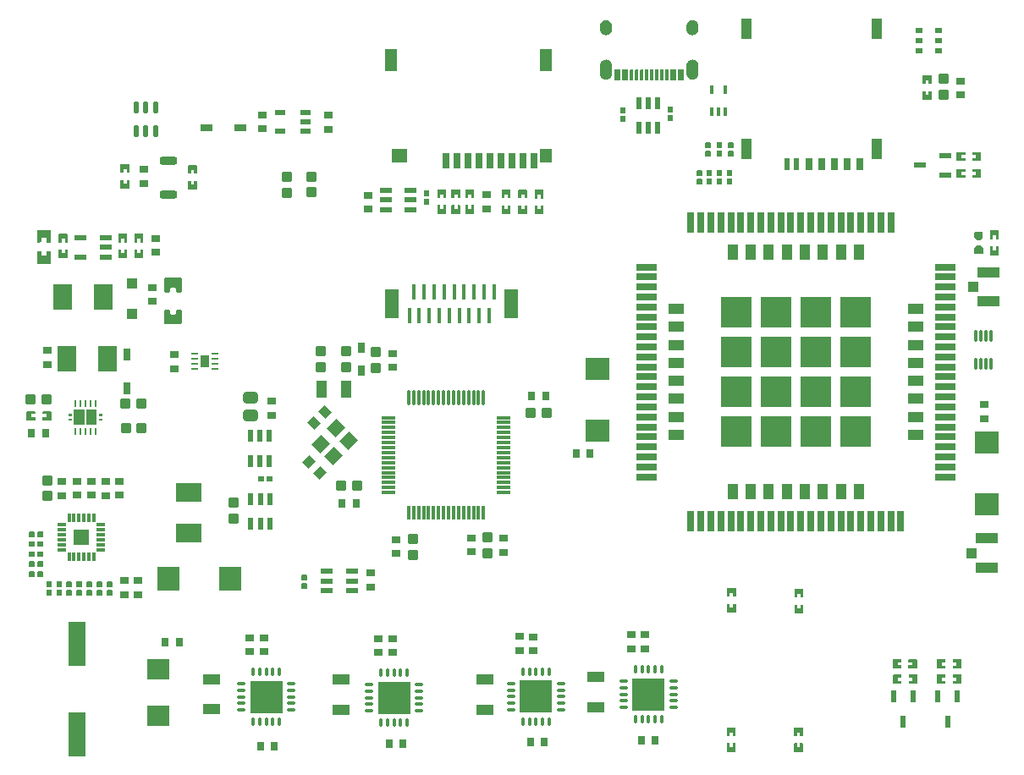
<source format=gbr>
%TF.GenerationSoftware,Altium Limited,Altium Designer,22.5.1 (42)*%
G04 Layer_Color=8421504*
%FSLAX45Y45*%
%MOMM*%
%TF.SameCoordinates,BCC7A4F8-9605-4868-ACEC-D28EECC8EA53*%
%TF.FilePolarity,Positive*%
%TF.FileFunction,Paste,Top*%
%TF.Part,Single*%
G01*
G75*
%TA.AperFunction,SMDPad,CuDef*%
G04:AMPARAMS|DCode=11|XSize=1.21mm|YSize=0.59mm|CornerRadius=0.07375mm|HoleSize=0mm|Usage=FLASHONLY|Rotation=0.000|XOffset=0mm|YOffset=0mm|HoleType=Round|Shape=RoundedRectangle|*
%AMROUNDEDRECTD11*
21,1,1.21000,0.44250,0,0,0.0*
21,1,1.06250,0.59000,0,0,0.0*
1,1,0.14750,0.53125,-0.22125*
1,1,0.14750,-0.53125,-0.22125*
1,1,0.14750,-0.53125,0.22125*
1,1,0.14750,0.53125,0.22125*
%
%ADD11ROUNDEDRECTD11*%
%ADD13R,0.90000X0.80000*%
%ADD14R,0.60000X1.10000*%
%ADD15R,0.30000X1.10000*%
%ADD16R,1.90000X2.50000*%
%ADD18R,1.15000X0.60000*%
%ADD20R,1.00000X1.05320*%
%ADD22R,2.50000X1.90000*%
%ADD23R,0.73000X1.21000*%
%ADD25R,0.60000X1.20000*%
G04:AMPARAMS|DCode=27|XSize=0.6mm|YSize=0.24mm|CornerRadius=0.03mm|HoleSize=0mm|Usage=FLASHONLY|Rotation=270.000|XOffset=0mm|YOffset=0mm|HoleType=Round|Shape=RoundedRectangle|*
%AMROUNDEDRECTD27*
21,1,0.60000,0.18000,0,0,270.0*
21,1,0.54000,0.24000,0,0,270.0*
1,1,0.06000,-0.09000,-0.27000*
1,1,0.06000,-0.09000,0.27000*
1,1,0.06000,0.09000,0.27000*
1,1,0.06000,0.09000,-0.27000*
%
%ADD27ROUNDEDRECTD27*%
%ADD28R,0.40000X1.60000*%
%ADD29R,1.40000X2.90000*%
%ADD30R,1.21000X0.73000*%
%ADD31R,1.10000X0.60000*%
%ADD32R,0.70000X1.60000*%
%ADD33R,1.60000X1.40000*%
%ADD34R,1.20000X2.20000*%
%ADD35R,1.20000X1.40000*%
G04:AMPARAMS|DCode=36|XSize=1.475mm|YSize=0.3mm|CornerRadius=0.075mm|HoleSize=0mm|Usage=FLASHONLY|Rotation=90.000|XOffset=0mm|YOffset=0mm|HoleType=Round|Shape=RoundedRectangle|*
%AMROUNDEDRECTD36*
21,1,1.47500,0.15000,0,0,90.0*
21,1,1.32500,0.30000,0,0,90.0*
1,1,0.15000,0.07500,0.66250*
1,1,0.15000,0.07500,-0.66250*
1,1,0.15000,-0.07500,-0.66250*
1,1,0.15000,-0.07500,0.66250*
%
%ADD36ROUNDEDRECTD36*%
%ADD37R,1.47500X0.30000*%
%ADD38R,0.30000X1.47500*%
%ADD39R,0.75001X1.00000*%
G04:AMPARAMS|DCode=40|XSize=1.7mm|YSize=0.8mm|CornerRadius=0.2mm|HoleSize=0mm|Usage=FLASHONLY|Rotation=180.000|XOffset=0mm|YOffset=0mm|HoleType=Round|Shape=RoundedRectangle|*
%AMROUNDEDRECTD40*
21,1,1.70000,0.40000,0,0,180.0*
21,1,1.30000,0.80000,0,0,180.0*
1,1,0.40000,-0.65000,0.20000*
1,1,0.40000,0.65000,0.20000*
1,1,0.40000,0.65000,-0.20000*
1,1,0.40000,-0.65000,-0.20000*
%
%ADD40ROUNDEDRECTD40*%
%ADD41R,0.88900X1.29540*%
%ADD42R,0.71120X0.25400*%
%ADD43R,1.65100X4.50088*%
G04:AMPARAMS|DCode=44|XSize=1.21mm|YSize=0.59mm|CornerRadius=0.07375mm|HoleSize=0mm|Usage=FLASHONLY|Rotation=90.000|XOffset=0mm|YOffset=0mm|HoleType=Round|Shape=RoundedRectangle|*
%AMROUNDEDRECTD44*
21,1,1.21000,0.44250,0,0,90.0*
21,1,1.06250,0.59000,0,0,90.0*
1,1,0.14750,0.22125,0.53125*
1,1,0.14750,0.22125,-0.53125*
1,1,0.14750,-0.22125,-0.53125*
1,1,0.14750,-0.22125,0.53125*
%
%ADD44ROUNDEDRECTD44*%
G04:AMPARAMS|DCode=45|XSize=1.45mm|YSize=1.15mm|CornerRadius=0.2875mm|HoleSize=0mm|Usage=FLASHONLY|Rotation=0.000|XOffset=0mm|YOffset=0mm|HoleType=Round|Shape=RoundedRectangle|*
%AMROUNDEDRECTD45*
21,1,1.45000,0.57500,0,0,0.0*
21,1,0.87500,1.15000,0,0,0.0*
1,1,0.57500,0.43750,-0.28750*
1,1,0.57500,-0.43750,-0.28750*
1,1,0.57500,-0.43750,0.28750*
1,1,0.57500,0.43750,0.28750*
%
%ADD45ROUNDEDRECTD45*%
G04:AMPARAMS|DCode=46|XSize=0.94mm|YSize=1.02mm|CornerRadius=0.094mm|HoleSize=0mm|Usage=FLASHONLY|Rotation=180.000|XOffset=0mm|YOffset=0mm|HoleType=Round|Shape=RoundedRectangle|*
%AMROUNDEDRECTD46*
21,1,0.94000,0.83200,0,0,180.0*
21,1,0.75200,1.02000,0,0,180.0*
1,1,0.18800,-0.37600,0.41600*
1,1,0.18800,0.37600,0.41600*
1,1,0.18800,0.37600,-0.41600*
1,1,0.18800,-0.37600,-0.41600*
%
%ADD46ROUNDEDRECTD46*%
%ADD47R,0.80000X0.90000*%
G04:AMPARAMS|DCode=49|XSize=0.94mm|YSize=1.02mm|CornerRadius=0.094mm|HoleSize=0mm|Usage=FLASHONLY|Rotation=270.000|XOffset=0mm|YOffset=0mm|HoleType=Round|Shape=RoundedRectangle|*
%AMROUNDEDRECTD49*
21,1,0.94000,0.83200,0,0,270.0*
21,1,0.75200,1.02000,0,0,270.0*
1,1,0.18800,-0.41600,-0.37600*
1,1,0.18800,-0.41600,0.37600*
1,1,0.18800,0.41600,0.37600*
1,1,0.18800,0.41600,-0.37600*
%
%ADD49ROUNDEDRECTD49*%
%ADD50R,2.30000X2.45000*%
G04:AMPARAMS|DCode=51|XSize=0.86mm|YSize=0.27mm|CornerRadius=0.03375mm|HoleSize=0mm|Usage=FLASHONLY|Rotation=90.000|XOffset=0mm|YOffset=0mm|HoleType=Round|Shape=RoundedRectangle|*
%AMROUNDEDRECTD51*
21,1,0.86000,0.20250,0,0,90.0*
21,1,0.79250,0.27000,0,0,90.0*
1,1,0.06750,0.10125,0.39625*
1,1,0.06750,0.10125,-0.39625*
1,1,0.06750,-0.10125,-0.39625*
1,1,0.06750,-0.10125,0.39625*
%
%ADD51ROUNDEDRECTD51*%
G04:AMPARAMS|DCode=52|XSize=0.86mm|YSize=0.27mm|CornerRadius=0.03375mm|HoleSize=0mm|Usage=FLASHONLY|Rotation=0.000|XOffset=0mm|YOffset=0mm|HoleType=Round|Shape=RoundedRectangle|*
%AMROUNDEDRECTD52*
21,1,0.86000,0.20250,0,0,0.0*
21,1,0.79250,0.27000,0,0,0.0*
1,1,0.06750,0.39625,-0.10125*
1,1,0.06750,-0.39625,-0.10125*
1,1,0.06750,-0.39625,0.10125*
1,1,0.06750,0.39625,0.10125*
%
%ADD52ROUNDEDRECTD52*%
G04:AMPARAMS|DCode=54|XSize=1.24mm|YSize=0.55mm|CornerRadius=0.1375mm|HoleSize=0mm|Usage=FLASHONLY|Rotation=270.000|XOffset=0mm|YOffset=0mm|HoleType=Round|Shape=RoundedRectangle|*
%AMROUNDEDRECTD54*
21,1,1.24000,0.27500,0,0,270.0*
21,1,0.96500,0.55000,0,0,270.0*
1,1,0.27500,-0.13750,-0.48250*
1,1,0.27500,-0.13750,0.48250*
1,1,0.27500,0.13750,0.48250*
1,1,0.27500,0.13750,-0.48250*
%
%ADD54ROUNDEDRECTD54*%
G04:AMPARAMS|DCode=55|XSize=0.71mm|YSize=0.53mm|CornerRadius=0.06625mm|HoleSize=0mm|Usage=FLASHONLY|Rotation=0.000|XOffset=0mm|YOffset=0mm|HoleType=Round|Shape=RoundedRectangle|*
%AMROUNDEDRECTD55*
21,1,0.71000,0.39750,0,0,0.0*
21,1,0.57750,0.53000,0,0,0.0*
1,1,0.13250,0.28875,-0.19875*
1,1,0.13250,-0.28875,-0.19875*
1,1,0.13250,-0.28875,0.19875*
1,1,0.13250,0.28875,0.19875*
%
%ADD55ROUNDEDRECTD55*%
G04:AMPARAMS|DCode=56|XSize=1.12mm|YSize=0.27mm|CornerRadius=0.03375mm|HoleSize=0mm|Usage=FLASHONLY|Rotation=90.000|XOffset=0mm|YOffset=0mm|HoleType=Round|Shape=RoundedRectangle|*
%AMROUNDEDRECTD56*
21,1,1.12000,0.20250,0,0,90.0*
21,1,1.05250,0.27000,0,0,90.0*
1,1,0.06750,0.10125,0.52625*
1,1,0.06750,0.10125,-0.52625*
1,1,0.06750,-0.10125,-0.52625*
1,1,0.06750,-0.10125,0.52625*
%
%ADD56ROUNDEDRECTD56*%
%ADD57R,0.60000X1.30000*%
%ADD58R,0.80000X1.30000*%
%ADD59R,1.00000X2.10000*%
%ADD60R,2.20000X1.05000*%
%ADD61R,1.05000X1.00000*%
%TA.AperFunction,BGAPad,CuDef*%
%ADD62R,3.09999X3.09999*%
%TA.AperFunction,SMDPad,CuDef*%
%ADD63R,0.70000X2.00000*%
%ADD64R,2.00000X0.70000*%
%ADD65R,1.60000X1.10000*%
%ADD66R,1.10000X1.60000*%
%ADD67R,2.00000X0.70000*%
%ADD68R,2.45000X2.30000*%
%ADD70R,1.20000X0.60000*%
%ADD71R,0.30480X0.87630*%
%ADD72R,1.00000X1.80000*%
G04:AMPARAMS|DCode=73|XSize=0.94mm|YSize=1.02mm|CornerRadius=0.094mm|HoleSize=0mm|Usage=FLASHONLY|Rotation=45.000|XOffset=0mm|YOffset=0mm|HoleType=Round|Shape=RoundedRectangle|*
%AMROUNDEDRECTD73*
21,1,0.94000,0.83200,0,0,45.0*
21,1,0.75200,1.02000,0,0,45.0*
1,1,0.18800,0.56003,-0.02829*
1,1,0.18800,0.02829,-0.56003*
1,1,0.18800,-0.56003,0.02829*
1,1,0.18800,-0.02829,0.56003*
%
%ADD73ROUNDEDRECTD73*%
G04:AMPARAMS|DCode=74|XSize=0.94mm|YSize=1.02mm|CornerRadius=0.094mm|HoleSize=0mm|Usage=FLASHONLY|Rotation=315.000|XOffset=0mm|YOffset=0mm|HoleType=Round|Shape=RoundedRectangle|*
%AMROUNDEDRECTD74*
21,1,0.94000,0.83200,0,0,315.0*
21,1,0.75200,1.02000,0,0,315.0*
1,1,0.18800,-0.02829,-0.56003*
1,1,0.18800,-0.56003,-0.02829*
1,1,0.18800,0.02829,0.56003*
1,1,0.18800,0.56003,0.02829*
%
%ADD74ROUNDEDRECTD74*%
G04:AMPARAMS|DCode=75|XSize=0.94mm|YSize=1.77mm|CornerRadius=0.0658mm|HoleSize=0mm|Usage=FLASHONLY|Rotation=90.000|XOffset=0mm|YOffset=0mm|HoleType=Round|Shape=RoundedRectangle|*
%AMROUNDEDRECTD75*
21,1,0.94000,1.63840,0,0,90.0*
21,1,0.80840,1.77000,0,0,90.0*
1,1,0.13160,0.81920,0.40420*
1,1,0.13160,0.81920,-0.40420*
1,1,0.13160,-0.81920,-0.40420*
1,1,0.13160,-0.81920,0.40420*
%
%ADD75ROUNDEDRECTD75*%
G04:AMPARAMS|DCode=76|XSize=1.09mm|YSize=1.77mm|CornerRadius=0.0763mm|HoleSize=0mm|Usage=FLASHONLY|Rotation=90.000|XOffset=0mm|YOffset=0mm|HoleType=Round|Shape=RoundedRectangle|*
%AMROUNDEDRECTD76*
21,1,1.09000,1.61740,0,0,90.0*
21,1,0.93740,1.77000,0,0,90.0*
1,1,0.15260,0.80870,0.46870*
1,1,0.15260,0.80870,-0.46870*
1,1,0.15260,-0.80870,-0.46870*
1,1,0.15260,-0.80870,0.46870*
%
%ADD76ROUNDEDRECTD76*%
%ADD77O,0.84699X0.36401*%
%ADD78R,2.19240X2.04749*%
G04:AMPARAMS|DCode=79|XSize=1.4mm|YSize=1.2mm|CornerRadius=0mm|HoleSize=0mm|Usage=FLASHONLY|Rotation=225.000|XOffset=0mm|YOffset=0mm|HoleType=Round|Shape=Rectangle|*
%AMROTATEDRECTD79*
4,1,4,0.07071,0.91924,0.91924,0.07071,-0.07071,-0.91924,-0.91924,-0.07071,0.07071,0.91924,0.0*
%
%ADD79ROTATEDRECTD79*%

%ADD80R,3.25001X3.25001*%
%ADD81O,0.36401X0.84699*%
%ADD148R,1.55000X1.55000*%
G36*
X4172229Y7494057D02*
Y7415058D01*
X4167228Y7410059D01*
X4144431D01*
Y7448057D01*
X4111431D01*
Y7410059D01*
X4087228D01*
X4082229Y7415058D01*
Y7494057D01*
X4087228Y7499058D01*
X4167228D01*
X4172229Y7494057D01*
D02*
G37*
G36*
X4848629Y7484277D02*
Y7405278D01*
X4843628Y7400279D01*
X4820831D01*
Y7438277D01*
X4787831D01*
Y7400279D01*
X4763628D01*
X4758629Y7405278D01*
Y7484277D01*
X4763628Y7489278D01*
X4843628D01*
X4848629Y7484277D01*
D02*
G37*
G36*
X4172229Y7335058D02*
Y7255058D01*
X4167228Y7250059D01*
X4087228D01*
X4082229Y7255058D01*
Y7335058D01*
X4087228Y7340059D01*
X4111431D01*
Y7303059D01*
X4144431D01*
Y7340059D01*
X4167228D01*
X4172229Y7335058D01*
D02*
G37*
G36*
X4848629Y7325278D02*
Y7245278D01*
X4843628Y7240279D01*
X4763628D01*
X4758629Y7245278D01*
Y7325278D01*
X4763628Y7330279D01*
X4787831D01*
Y7293279D01*
X4820831D01*
Y7330279D01*
X4843628D01*
X4848629Y7325278D01*
D02*
G37*
G36*
X7170220Y7233214D02*
Y7183151D01*
X7166220Y7179150D01*
X7120220D01*
X7116220Y7183151D01*
Y7233214D01*
X7120220Y7237215D01*
X7166220D01*
X7170220Y7233214D01*
D02*
G37*
G36*
X7483309Y7242117D02*
Y7163118D01*
X7478308Y7158119D01*
X7455511D01*
Y7196117D01*
X7422511D01*
Y7158119D01*
X7398308D01*
X7393309Y7163118D01*
Y7242117D01*
X7398308Y7247118D01*
X7478308D01*
X7483309Y7242117D01*
D02*
G37*
G36*
X7342179D02*
Y7163118D01*
X7337178Y7158119D01*
X7314381D01*
Y7196117D01*
X7281382D01*
Y7158119D01*
X7257178D01*
X7252179Y7163118D01*
Y7242117D01*
X7257178Y7247118D01*
X7337178D01*
X7342179Y7242117D01*
D02*
G37*
G36*
X7623019Y7241433D02*
Y7162434D01*
X7618018Y7157435D01*
X7595221D01*
Y7195434D01*
X7562222D01*
Y7157435D01*
X7538018D01*
X7533019Y7162434D01*
Y7241433D01*
X7538018Y7246434D01*
X7618018D01*
X7623019Y7241433D01*
D02*
G37*
G36*
X8151369Y7238833D02*
Y7159834D01*
X8146368Y7154835D01*
X8123571D01*
Y7192834D01*
X8090572D01*
Y7154835D01*
X8066368D01*
X8061369Y7159834D01*
Y7238833D01*
X8066368Y7243834D01*
X8146368D01*
X8151369Y7238833D01*
D02*
G37*
G36*
X7986269D02*
Y7159834D01*
X7981268Y7154835D01*
X7958471D01*
Y7192834D01*
X7925472D01*
Y7154835D01*
X7901268D01*
X7896269Y7159834D01*
Y7238833D01*
X7901268Y7243834D01*
X7981268D01*
X7986269Y7238833D01*
D02*
G37*
G36*
X7170220Y7148150D02*
Y7098086D01*
X7166220Y7094086D01*
X7120220D01*
X7116220Y7098086D01*
Y7148150D01*
X7120220Y7152150D01*
X7166220D01*
X7170220Y7148150D01*
D02*
G37*
G36*
X7483309Y7083118D02*
Y7003118D01*
X7478308Y6998119D01*
X7398308D01*
X7393309Y7003118D01*
Y7083118D01*
X7398308Y7088119D01*
X7422511D01*
Y7051119D01*
X7455511D01*
Y7088119D01*
X7478308D01*
X7483309Y7083118D01*
D02*
G37*
G36*
X7342179D02*
Y7003118D01*
X7337178Y6998119D01*
X7257178D01*
X7252179Y7003118D01*
Y7083118D01*
X7257178Y7088119D01*
X7281382D01*
Y7051119D01*
X7314381D01*
Y7088119D01*
X7337178D01*
X7342179Y7083118D01*
D02*
G37*
G36*
X7623019Y7082434D02*
Y7002434D01*
X7618018Y6997436D01*
X7538018D01*
X7533019Y7002434D01*
Y7082434D01*
X7538018Y7087435D01*
X7562222D01*
Y7050435D01*
X7595221D01*
Y7087435D01*
X7618018D01*
X7623019Y7082434D01*
D02*
G37*
G36*
X8151369Y7079834D02*
Y6999834D01*
X8146368Y6994836D01*
X8066368D01*
X8061369Y6999834D01*
Y7079834D01*
X8066368Y7084835D01*
X8090572D01*
Y7047835D01*
X8123571D01*
Y7084835D01*
X8146368D01*
X8151369Y7079834D01*
D02*
G37*
G36*
X7986269D02*
Y6999834D01*
X7981268Y6994836D01*
X7901268D01*
X7896269Y6999834D01*
Y7079834D01*
X7901268Y7084835D01*
X7925472D01*
Y7047835D01*
X7958471D01*
Y7084835D01*
X7981268D01*
X7986269Y7079834D01*
D02*
G37*
G36*
X3554189Y6797954D02*
Y6718955D01*
X3549187Y6713956D01*
X3526391D01*
Y6751954D01*
X3493391D01*
Y6713956D01*
X3469188D01*
X3464189Y6718955D01*
Y6797954D01*
X3469188Y6802955D01*
X3549187D01*
X3554189Y6797954D01*
D02*
G37*
G36*
X3387513Y6833814D02*
Y6718813D01*
X3382512Y6713814D01*
X3341509Y6713311D01*
Y6758312D01*
X3296510D01*
Y6714312D01*
X3254514Y6713814D01*
X3249512Y6718813D01*
Y6833814D01*
X3254514Y6838815D01*
X3382512D01*
X3387513Y6833814D01*
D02*
G37*
G36*
X4310961Y6797959D02*
Y6717959D01*
X4305962Y6712958D01*
X4281759D01*
Y6749958D01*
X4248759D01*
Y6712958D01*
X4225962D01*
X4220961Y6717959D01*
Y6797959D01*
X4225962Y6802958D01*
X4305962D01*
X4310961Y6797959D01*
D02*
G37*
G36*
X4151591D02*
Y6717959D01*
X4146592Y6712958D01*
X4122389D01*
Y6749958D01*
X4089389D01*
Y6712958D01*
X4066593D01*
X4061591Y6717959D01*
Y6797959D01*
X4066593Y6802958D01*
X4146592D01*
X4151591Y6797959D01*
D02*
G37*
G36*
X3554189Y6638955D02*
Y6558955D01*
X3549187Y6553956D01*
X3469188D01*
X3464189Y6558955D01*
Y6638955D01*
X3469188Y6643956D01*
X3493391D01*
Y6606956D01*
X3526391D01*
Y6643956D01*
X3549187D01*
X3554189Y6638955D01*
D02*
G37*
G36*
X4310961Y6637959D02*
Y6558960D01*
X4305962Y6553959D01*
X4225962D01*
X4220961Y6558960D01*
Y6637959D01*
X4225962Y6642958D01*
X4248759D01*
Y6604960D01*
X4281759D01*
Y6642958D01*
X4305962D01*
X4310961Y6637959D01*
D02*
G37*
G36*
X4151591D02*
Y6558960D01*
X4146592Y6553959D01*
X4066593D01*
X4061591Y6558960D01*
Y6637959D01*
X4066593Y6642958D01*
X4089389D01*
Y6604960D01*
X4122389D01*
Y6642958D01*
X4146592D01*
X4151591Y6637959D01*
D02*
G37*
G36*
X3387513Y6618813D02*
Y6503815D01*
X3382512Y6498813D01*
X3254514D01*
X3249512Y6503815D01*
Y6618813D01*
X3254514Y6623814D01*
X3296510Y6623812D01*
Y6579313D01*
X3341509D01*
Y6623311D01*
X3382512Y6623814D01*
X3387513Y6618813D01*
D02*
G37*
G36*
X4695861Y6352410D02*
Y6223912D01*
X4685861Y6213912D01*
X4648835D01*
X4638835Y6223912D01*
Y6254402D01*
X4628835Y6264402D01*
X4590085D01*
X4580085Y6254402D01*
Y6223912D01*
X4570085Y6213912D01*
X4533059D01*
X4523059Y6223912D01*
Y6352410D01*
X4533059Y6362410D01*
X4685861D01*
X4695861Y6352410D01*
D02*
G37*
G36*
Y6033909D02*
Y5905411D01*
X4685861Y5895411D01*
X4533059D01*
X4523059Y5905411D01*
Y6033909D01*
X4533059Y6043909D01*
X4570085D01*
X4580085Y6033909D01*
Y6003419D01*
X4590085Y5993419D01*
X4628835D01*
X4638835Y6003419D01*
Y6033909D01*
X4648835Y6043909D01*
X4685861D01*
X4695861Y6033909D01*
D02*
G37*
G36*
X3901250Y4978010D02*
X3867250D01*
Y5003010D01*
X3901250D01*
Y4978010D01*
D02*
G37*
G36*
X3595250D02*
X3561250D01*
Y5003010D01*
X3595250D01*
Y4978010D01*
D02*
G37*
G36*
X3390912Y5020802D02*
Y4940802D01*
X3385911Y4935801D01*
X3306912D01*
X3301913Y4940802D01*
Y4963599D01*
X3339912D01*
Y4996598D01*
X3301913D01*
Y5020802D01*
X3306912Y5025801D01*
X3385911D01*
X3390912Y5020802D01*
D02*
G37*
G36*
X3231913D02*
Y4996598D01*
X3194913D01*
Y4963599D01*
X3231913D01*
Y4940802D01*
X3226912Y4935801D01*
X3146912D01*
X3141913Y4940802D01*
Y5020802D01*
X3146912Y5025801D01*
X3226912D01*
X3231913Y5020802D01*
D02*
G37*
G36*
X3901250Y4928010D02*
X3867250D01*
Y4953010D01*
X3901250D01*
Y4928010D01*
D02*
G37*
G36*
X3595250D02*
X3561250D01*
Y4953010D01*
X3595250D01*
Y4928010D01*
D02*
G37*
G36*
X3847250Y4890510D02*
X3741250D01*
Y5040510D01*
X3847250D01*
Y4890510D01*
D02*
G37*
G36*
X3721250D02*
X3615250D01*
Y5040510D01*
X3721250D01*
Y4890510D01*
D02*
G37*
G36*
X5602115Y4372020D02*
Y4326020D01*
X5598114Y4322020D01*
X5548051D01*
X5544050Y4326020D01*
Y4372020D01*
X5548051Y4376020D01*
X5598114D01*
X5602115Y4372020D01*
D02*
G37*
G36*
X5517050D02*
Y4326020D01*
X5513049Y4322020D01*
X5462986D01*
X5458986Y4326020D01*
Y4372020D01*
X5462986Y4376020D01*
X5513049D01*
X5517050Y4372020D01*
D02*
G37*
G36*
X3310049Y3816439D02*
Y3770440D01*
X3306048Y3766439D01*
X3255985D01*
X3251984Y3770440D01*
Y3816439D01*
X3255985Y3820440D01*
X3306048D01*
X3310049Y3816439D01*
D02*
G37*
G36*
X3224984D02*
Y3770440D01*
X3220984Y3766439D01*
X3170920D01*
X3166920Y3770440D01*
Y3816439D01*
X3170920Y3820440D01*
X3220984D01*
X3224984Y3816439D01*
D02*
G37*
G36*
X3310596Y3718910D02*
Y3672910D01*
X3306596Y3668910D01*
X3256532D01*
X3252532Y3672910D01*
Y3718910D01*
X3256532Y3722910D01*
X3306596D01*
X3310596Y3718910D01*
D02*
G37*
G36*
X3225532D02*
Y3672910D01*
X3221531Y3668910D01*
X3171468D01*
X3167467Y3672910D01*
Y3718910D01*
X3171468Y3722910D01*
X3221531D01*
X3225532Y3718910D01*
D02*
G37*
G36*
X3310845Y3618690D02*
Y3572690D01*
X3306844Y3568690D01*
X3256781D01*
X3252780Y3572690D01*
Y3618690D01*
X3256781Y3622690D01*
X3306844D01*
X3310845Y3618690D01*
D02*
G37*
G36*
X3225780D02*
Y3572690D01*
X3221779Y3568690D01*
X3171716D01*
X3167716Y3572690D01*
Y3618690D01*
X3171716Y3622690D01*
X3221779D01*
X3225780Y3618690D01*
D02*
G37*
G36*
X3310179Y3518339D02*
Y3472340D01*
X3306179Y3468339D01*
X3256115D01*
X3252115Y3472340D01*
Y3518339D01*
X3256115Y3522340D01*
X3306179D01*
X3310179Y3518339D01*
D02*
G37*
G36*
X3225114D02*
Y3472340D01*
X3221114Y3468339D01*
X3171051D01*
X3167050Y3472340D01*
Y3518339D01*
X3171051Y3522340D01*
X3221114D01*
X3225114Y3518339D01*
D02*
G37*
G36*
X3309699Y3417889D02*
Y3371890D01*
X3305698Y3367889D01*
X3255635D01*
X3251634Y3371890D01*
Y3417889D01*
X3255635Y3421890D01*
X3305698D01*
X3309699Y3417889D01*
D02*
G37*
G36*
X3224634D02*
Y3371890D01*
X3220634Y3367889D01*
X3170570D01*
X3166570Y3371890D01*
Y3417889D01*
X3170570Y3421890D01*
X3220634D01*
X3224634Y3417889D01*
D02*
G37*
G36*
X5948190Y3384654D02*
Y3334591D01*
X5944190Y3330590D01*
X5898190D01*
X5894190Y3334591D01*
Y3384654D01*
X5898190Y3388655D01*
X5944190D01*
X5948190Y3384654D01*
D02*
G37*
G36*
X3397304Y3319263D02*
Y3269200D01*
X3393304Y3265199D01*
X3347304D01*
X3343304Y3269200D01*
Y3319263D01*
X3347304Y3323264D01*
X3393304D01*
X3397304Y3319263D01*
D02*
G37*
G36*
X3697284Y3319223D02*
Y3269160D01*
X3693284Y3265159D01*
X3647285D01*
X3643284Y3269160D01*
Y3319223D01*
X3647285Y3323224D01*
X3693284D01*
X3697284Y3319223D01*
D02*
G37*
G36*
X3900364Y3319041D02*
Y3268978D01*
X3896364Y3264977D01*
X3850364D01*
X3846364Y3268978D01*
Y3319041D01*
X3850364Y3323042D01*
X3896364D01*
X3900364Y3319041D01*
D02*
G37*
G36*
X3798764D02*
Y3268978D01*
X3794764Y3264977D01*
X3748764D01*
X3744764Y3268978D01*
Y3319041D01*
X3748764Y3323042D01*
X3794764D01*
X3798764Y3319041D01*
D02*
G37*
G36*
X4000644Y3318943D02*
Y3268880D01*
X3996644Y3264879D01*
X3950644D01*
X3946644Y3268880D01*
Y3318943D01*
X3950644Y3322944D01*
X3996644D01*
X4000644Y3318943D01*
D02*
G37*
G36*
X3596124Y3318483D02*
Y3268420D01*
X3592124Y3264419D01*
X3546124D01*
X3542124Y3268420D01*
Y3318483D01*
X3546124Y3322484D01*
X3592124D01*
X3596124Y3318483D01*
D02*
G37*
G36*
X3497444Y3317833D02*
Y3267770D01*
X3493444Y3263769D01*
X3447444D01*
X3443444Y3267770D01*
Y3317833D01*
X3447444Y3321834D01*
X3493444D01*
X3497444Y3317833D01*
D02*
G37*
G36*
X5948190Y3299590D02*
Y3249526D01*
X5944190Y3245526D01*
X5898190D01*
X5894190Y3249526D01*
Y3299590D01*
X5898190Y3303590D01*
X5944190D01*
X5948190Y3299590D01*
D02*
G37*
G36*
X3397304Y3234199D02*
Y3184135D01*
X3393304Y3180135D01*
X3347304D01*
X3343304Y3184135D01*
Y3234199D01*
X3347304Y3238199D01*
X3393304D01*
X3397304Y3234199D01*
D02*
G37*
G36*
X3697284Y3234159D02*
Y3184095D01*
X3693284Y3180095D01*
X3647285D01*
X3643284Y3184095D01*
Y3234159D01*
X3647285Y3238159D01*
X3693284D01*
X3697284Y3234159D01*
D02*
G37*
G36*
X3900364Y3233977D02*
Y3183913D01*
X3896364Y3179913D01*
X3850364D01*
X3846364Y3183913D01*
Y3233977D01*
X3850364Y3237977D01*
X3896364D01*
X3900364Y3233977D01*
D02*
G37*
G36*
X3798764D02*
Y3183913D01*
X3794764Y3179913D01*
X3748764D01*
X3744764Y3183913D01*
Y3233977D01*
X3748764Y3237977D01*
X3794764D01*
X3798764Y3233977D01*
D02*
G37*
G36*
X4000644Y3233879D02*
Y3183815D01*
X3996644Y3179815D01*
X3950644D01*
X3946644Y3183815D01*
Y3233879D01*
X3950644Y3237879D01*
X3996644D01*
X4000644Y3233879D01*
D02*
G37*
G36*
X3596124Y3233419D02*
Y3183355D01*
X3592124Y3179355D01*
X3546124D01*
X3542124Y3183355D01*
Y3233419D01*
X3546124Y3237419D01*
X3592124D01*
X3596124Y3233419D01*
D02*
G37*
G36*
X3497444Y3232769D02*
Y3182705D01*
X3493444Y3178705D01*
X3447444D01*
X3443444Y3182705D01*
Y3232769D01*
X3447444Y3236769D01*
X3493444D01*
X3497444Y3232769D01*
D02*
G37*
G36*
X9810519Y8938098D02*
X9813496Y8937801D01*
X9816455Y8937354D01*
X9819386Y8936762D01*
X9822287Y8936023D01*
X9825144Y8935142D01*
X9827956Y8934118D01*
X9830712Y8932957D01*
X9833410Y8931660D01*
X9836036Y8930227D01*
X9838589Y8928667D01*
X9841060Y8926983D01*
X9843445Y8925175D01*
X9845736Y8923252D01*
X9847931Y8921218D01*
X9850019Y8919076D01*
X9852000Y8916834D01*
X9853864Y8914494D01*
X9855609Y8912066D01*
X9857232Y8909551D01*
X9858728Y8906961D01*
X9860095Y8904299D01*
X9861324Y8901573D01*
X9862416Y8898787D01*
X9863371Y8895952D01*
X9864182Y8893072D01*
X9864847Y8890156D01*
X9865365Y8887210D01*
X9865739Y8884240D01*
X9865962Y8881256D01*
X9866036Y8878266D01*
Y8848266D01*
X9865962Y8845277D01*
X9865739Y8842292D01*
X9865365Y8839323D01*
X9864847Y8836377D01*
X9864182Y8833461D01*
X9863371Y8830580D01*
X9862416Y8827746D01*
X9861324Y8824959D01*
X9860095Y8822234D01*
X9858728Y8819572D01*
X9857232Y8816981D01*
X9855609Y8814466D01*
X9853864Y8812038D01*
X9852000Y8809699D01*
X9850019Y8807456D01*
X9847931Y8805315D01*
X9845736Y8803280D01*
X9843445Y8801358D01*
X9841060Y8799549D01*
X9838589Y8797865D01*
X9836036Y8796305D01*
X9833410Y8794873D01*
X9830712Y8793575D01*
X9827956Y8792414D01*
X9825144Y8791391D01*
X9822287Y8790509D01*
X9819386Y8789770D01*
X9816455Y8789178D01*
X9813496Y8788731D01*
X9810519Y8788434D01*
X9807532Y8788284D01*
X9804540D01*
X9801553Y8788434D01*
X9798576Y8788731D01*
X9795617Y8789178D01*
X9792686Y8789770D01*
X9789785Y8790509D01*
X9786928Y8791391D01*
X9784116Y8792414D01*
X9781360Y8793575D01*
X9778662Y8794873D01*
X9776036Y8796305D01*
X9773483Y8797865D01*
X9771012Y8799549D01*
X9768627Y8801358D01*
X9766336Y8803280D01*
X9764141Y8805315D01*
X9762053Y8807456D01*
X9760072Y8809699D01*
X9758208Y8812038D01*
X9756463Y8814466D01*
X9754840Y8816981D01*
X9753344Y8819572D01*
X9751977Y8822234D01*
X9750748Y8824959D01*
X9749656Y8827746D01*
X9748701Y8830580D01*
X9747890Y8833461D01*
X9747225Y8836377D01*
X9746707Y8839323D01*
X9746333Y8842292D01*
X9746110Y8845277D01*
X9746036Y8848266D01*
Y8878266D01*
X9746110Y8881256D01*
X9746333Y8884240D01*
X9746707Y8887210D01*
X9747225Y8890156D01*
X9747890Y8893072D01*
X9748701Y8895952D01*
X9749656Y8898787D01*
X9750748Y8901573D01*
X9751977Y8904299D01*
X9753344Y8906961D01*
X9754840Y8909551D01*
X9756463Y8912066D01*
X9758208Y8914494D01*
X9760072Y8916834D01*
X9762053Y8919076D01*
X9764141Y8921218D01*
X9766336Y8923252D01*
X9768627Y8925175D01*
X9771012Y8926983D01*
X9773483Y8928667D01*
X9776036Y8930227D01*
X9778662Y8931660D01*
X9781360Y8932957D01*
X9784116Y8934118D01*
X9786928Y8935142D01*
X9789785Y8936023D01*
X9792686Y8936762D01*
X9795617Y8937354D01*
X9798576Y8937801D01*
X9801553Y8938098D01*
X9804540Y8938248D01*
X9807532D01*
X9810519Y8938098D01*
D02*
G37*
G36*
X8945522D02*
X8948499Y8937801D01*
X8951458Y8937354D01*
X8954389Y8936762D01*
X8957290Y8936023D01*
X8960147Y8935142D01*
X8962959Y8934118D01*
X8965715Y8932957D01*
X8968413Y8931660D01*
X8971039Y8930227D01*
X8973592Y8928667D01*
X8976063Y8926983D01*
X8978448Y8925175D01*
X8980739Y8923252D01*
X8982934Y8921218D01*
X8985022Y8919076D01*
X8987003Y8916834D01*
X8988867Y8914494D01*
X8990612Y8912066D01*
X8992235Y8909551D01*
X8993731Y8906961D01*
X8995098Y8904299D01*
X8996327Y8901573D01*
X8997419Y8898787D01*
X8998374Y8895952D01*
X8999185Y8893072D01*
X8999850Y8890156D01*
X9000368Y8887210D01*
X9000742Y8884240D01*
X9000965Y8881256D01*
X9001039Y8878266D01*
Y8848266D01*
X9000965Y8845277D01*
X9000742Y8842292D01*
X9000368Y8839323D01*
X8999850Y8836377D01*
X8999185Y8833461D01*
X8998374Y8830580D01*
X8997419Y8827746D01*
X8996327Y8824959D01*
X8995098Y8822234D01*
X8993731Y8819572D01*
X8992235Y8816981D01*
X8990612Y8814466D01*
X8988867Y8812038D01*
X8987003Y8809699D01*
X8985022Y8807456D01*
X8982934Y8805315D01*
X8980739Y8803280D01*
X8978448Y8801358D01*
X8976063Y8799549D01*
X8973592Y8797865D01*
X8971039Y8796305D01*
X8968413Y8794873D01*
X8965715Y8793575D01*
X8962959Y8792414D01*
X8960147Y8791391D01*
X8957290Y8790509D01*
X8954389Y8789770D01*
X8951458Y8789178D01*
X8948499Y8788731D01*
X8945522Y8788434D01*
X8942535Y8788284D01*
X8939543D01*
X8936556Y8788434D01*
X8933579Y8788731D01*
X8930620Y8789178D01*
X8927689Y8789770D01*
X8924788Y8790509D01*
X8921931Y8791391D01*
X8919119Y8792414D01*
X8916363Y8793575D01*
X8913665Y8794873D01*
X8911039Y8796305D01*
X8908486Y8797865D01*
X8906015Y8799549D01*
X8903630Y8801358D01*
X8901339Y8803280D01*
X8899144Y8805315D01*
X8897056Y8807456D01*
X8895075Y8809699D01*
X8893211Y8812038D01*
X8891466Y8814466D01*
X8889843Y8816981D01*
X8888347Y8819572D01*
X8886980Y8822234D01*
X8885751Y8824959D01*
X8884659Y8827746D01*
X8883704Y8830580D01*
X8882893Y8833461D01*
X8882228Y8836377D01*
X8881710Y8839323D01*
X8881336Y8842292D01*
X8881113Y8845277D01*
X8881039Y8848266D01*
Y8878266D01*
X8881113Y8881256D01*
X8881336Y8884240D01*
X8881710Y8887210D01*
X8882228Y8890156D01*
X8882893Y8893072D01*
X8883704Y8895952D01*
X8884659Y8898787D01*
X8885751Y8901573D01*
X8886980Y8904299D01*
X8888347Y8906961D01*
X8889843Y8909551D01*
X8891466Y8912066D01*
X8893211Y8914494D01*
X8895075Y8916834D01*
X8897056Y8919076D01*
X8899144Y8921218D01*
X8901339Y8923252D01*
X8903630Y8925175D01*
X8906015Y8926983D01*
X8908486Y8928667D01*
X8911039Y8930227D01*
X8913665Y8931660D01*
X8916363Y8932957D01*
X8919119Y8934118D01*
X8921931Y8935142D01*
X8924788Y8936023D01*
X8927689Y8936762D01*
X8930620Y8937354D01*
X8933579Y8937801D01*
X8936556Y8938098D01*
X8939543Y8938248D01*
X8942535D01*
X8945522Y8938098D01*
D02*
G37*
G36*
X9810519Y8543083D02*
X9813496Y8542786D01*
X9816455Y8542339D01*
X9819386Y8541747D01*
X9822287Y8541008D01*
X9825144Y8540126D01*
X9827956Y8539103D01*
X9830712Y8537942D01*
X9833410Y8536644D01*
X9836036Y8535211D01*
X9838589Y8533652D01*
X9841060Y8531968D01*
X9843445Y8530159D01*
X9845736Y8528236D01*
X9847931Y8526202D01*
X9850019Y8524061D01*
X9852000Y8521818D01*
X9853864Y8519479D01*
X9855609Y8517050D01*
X9857232Y8514536D01*
X9858728Y8511945D01*
X9860095Y8509283D01*
X9861324Y8506558D01*
X9862416Y8503771D01*
X9863371Y8500937D01*
X9864182Y8498056D01*
X9864847Y8495140D01*
X9865365Y8492194D01*
X9865739Y8489225D01*
X9865962Y8486240D01*
X9866036Y8483250D01*
Y8403251D01*
X9865962Y8400261D01*
X9865739Y8397277D01*
X9865365Y8394307D01*
X9864847Y8391361D01*
X9864182Y8388445D01*
X9863371Y8385565D01*
X9862416Y8382730D01*
X9861324Y8379944D01*
X9860095Y8377218D01*
X9858728Y8374556D01*
X9857232Y8371965D01*
X9855609Y8369451D01*
X9853864Y8367023D01*
X9852000Y8364683D01*
X9850019Y8362440D01*
X9847931Y8360299D01*
X9845736Y8358265D01*
X9843445Y8356342D01*
X9841060Y8354533D01*
X9838589Y8352849D01*
X9836036Y8351290D01*
X9833410Y8349857D01*
X9830712Y8348559D01*
X9827956Y8347399D01*
X9825144Y8346375D01*
X9822287Y8345494D01*
X9819386Y8344754D01*
X9816455Y8344163D01*
X9813496Y8343716D01*
X9810519Y8343418D01*
X9807532Y8343269D01*
X9804540D01*
X9801553Y8343418D01*
X9798576Y8343716D01*
X9795617Y8344163D01*
X9792686Y8344754D01*
X9789785Y8345494D01*
X9786928Y8346375D01*
X9784116Y8347399D01*
X9781360Y8348559D01*
X9778662Y8349857D01*
X9776036Y8351290D01*
X9773483Y8352849D01*
X9771012Y8354533D01*
X9768627Y8356342D01*
X9766336Y8358265D01*
X9764141Y8360299D01*
X9762053Y8362440D01*
X9760072Y8364683D01*
X9758208Y8367023D01*
X9756463Y8369451D01*
X9754840Y8371965D01*
X9753344Y8374556D01*
X9751977Y8377218D01*
X9750748Y8379944D01*
X9749656Y8382730D01*
X9748701Y8385565D01*
X9747890Y8388445D01*
X9747225Y8391361D01*
X9746707Y8394307D01*
X9746333Y8397277D01*
X9746110Y8400261D01*
X9746036Y8403251D01*
Y8483250D01*
X9746110Y8486240D01*
X9746333Y8489225D01*
X9746707Y8492194D01*
X9747225Y8495140D01*
X9747890Y8498056D01*
X9748701Y8500937D01*
X9749656Y8503771D01*
X9750748Y8506558D01*
X9751977Y8509283D01*
X9753344Y8511945D01*
X9754840Y8514536D01*
X9756463Y8517050D01*
X9758208Y8519479D01*
X9760072Y8521818D01*
X9762053Y8524061D01*
X9764141Y8526202D01*
X9766336Y8528236D01*
X9768627Y8530159D01*
X9771012Y8531968D01*
X9773483Y8533652D01*
X9776036Y8535211D01*
X9778662Y8536644D01*
X9781360Y8537942D01*
X9784116Y8539103D01*
X9786928Y8540126D01*
X9789785Y8541008D01*
X9792686Y8541747D01*
X9795617Y8542339D01*
X9798576Y8542786D01*
X9801553Y8543083D01*
X9804540Y8543233D01*
X9807532D01*
X9810519Y8543083D01*
D02*
G37*
G36*
X8945522D02*
X8948499Y8542786D01*
X8951458Y8542339D01*
X8954389Y8541747D01*
X8957290Y8541008D01*
X8960147Y8540126D01*
X8962959Y8539103D01*
X8965715Y8537942D01*
X8968413Y8536644D01*
X8971039Y8535211D01*
X8973592Y8533652D01*
X8976063Y8531968D01*
X8978448Y8530159D01*
X8980739Y8528236D01*
X8982934Y8526202D01*
X8985022Y8524061D01*
X8987003Y8521818D01*
X8988867Y8519479D01*
X8990612Y8517050D01*
X8992235Y8514536D01*
X8993731Y8511945D01*
X8995098Y8509283D01*
X8996327Y8506558D01*
X8997419Y8503771D01*
X8998374Y8500937D01*
X8999185Y8498056D01*
X8999850Y8495140D01*
X9000368Y8492194D01*
X9000742Y8489225D01*
X9000965Y8486240D01*
X9001039Y8483250D01*
Y8403251D01*
X9000965Y8400261D01*
X9000742Y8397277D01*
X9000368Y8394307D01*
X8999850Y8391361D01*
X8999185Y8388445D01*
X8998374Y8385565D01*
X8997419Y8382730D01*
X8996327Y8379944D01*
X8995098Y8377218D01*
X8993731Y8374556D01*
X8992235Y8371965D01*
X8990612Y8369451D01*
X8988867Y8367023D01*
X8987003Y8364683D01*
X8985022Y8362440D01*
X8982934Y8360299D01*
X8980739Y8358265D01*
X8978448Y8356342D01*
X8976063Y8354533D01*
X8973592Y8352849D01*
X8971039Y8351290D01*
X8968413Y8349857D01*
X8965715Y8348559D01*
X8962959Y8347399D01*
X8960147Y8346375D01*
X8957290Y8345494D01*
X8954389Y8344754D01*
X8951458Y8344163D01*
X8948499Y8343716D01*
X8945522Y8343418D01*
X8942535Y8343269D01*
X8939543D01*
X8936556Y8343418D01*
X8933579Y8343716D01*
X8930620Y8344163D01*
X8927689Y8344754D01*
X8924788Y8345494D01*
X8921931Y8346375D01*
X8919119Y8347399D01*
X8916363Y8348559D01*
X8913665Y8349857D01*
X8911039Y8351290D01*
X8908486Y8352849D01*
X8906015Y8354533D01*
X8903630Y8356342D01*
X8901339Y8358265D01*
X8899144Y8360299D01*
X8897056Y8362440D01*
X8895075Y8364683D01*
X8893211Y8367023D01*
X8891466Y8369451D01*
X8889843Y8371965D01*
X8888347Y8374556D01*
X8886980Y8377218D01*
X8885751Y8379944D01*
X8884659Y8382730D01*
X8883704Y8385565D01*
X8882893Y8388445D01*
X8882228Y8391361D01*
X8881710Y8394307D01*
X8881336Y8397277D01*
X8881113Y8400261D01*
X8881039Y8403251D01*
Y8483250D01*
X8881113Y8486240D01*
X8881336Y8489225D01*
X8881710Y8492194D01*
X8882228Y8495140D01*
X8882893Y8498056D01*
X8883704Y8500937D01*
X8884659Y8503771D01*
X8885751Y8506558D01*
X8886980Y8509283D01*
X8888347Y8511945D01*
X8889843Y8514536D01*
X8891466Y8517050D01*
X8893211Y8519479D01*
X8895075Y8521818D01*
X8897056Y8524061D01*
X8899144Y8526202D01*
X8901339Y8528236D01*
X8903630Y8530159D01*
X8906015Y8531968D01*
X8908486Y8533652D01*
X8911039Y8535211D01*
X8913665Y8536644D01*
X8916363Y8537942D01*
X8919119Y8539103D01*
X8921931Y8540126D01*
X8924788Y8541008D01*
X8927689Y8541747D01*
X8930620Y8542339D01*
X8933579Y8542786D01*
X8936556Y8543083D01*
X8939543Y8543233D01*
X8942535D01*
X8945522Y8543083D01*
D02*
G37*
G36*
X9723539Y8333258D02*
X9663539D01*
Y8443258D01*
X9723539D01*
Y8333258D01*
D02*
G37*
G36*
X9643529D02*
X9583529D01*
Y8443258D01*
X9643529D01*
Y8333258D01*
D02*
G37*
G36*
X9563532D02*
X9533530D01*
Y8443258D01*
X9563532D01*
Y8333258D01*
D02*
G37*
G36*
X9513519D02*
X9483517D01*
Y8443258D01*
X9513519D01*
Y8333258D01*
D02*
G37*
G36*
X9463532D02*
X9433530D01*
Y8443258D01*
X9463532D01*
Y8333258D01*
D02*
G37*
G36*
X9413545D02*
X9383543D01*
Y8443258D01*
X9413545D01*
Y8333258D01*
D02*
G37*
G36*
X9363532D02*
X9333530D01*
Y8443258D01*
X9363532D01*
Y8333258D01*
D02*
G37*
G36*
X9313545D02*
X9283543D01*
Y8443258D01*
X9313545D01*
Y8333258D01*
D02*
G37*
G36*
X9263533D02*
X9233530D01*
Y8443258D01*
X9263533D01*
Y8333258D01*
D02*
G37*
G36*
X9213520D02*
X9183518D01*
Y8443258D01*
X9213520D01*
Y8333258D01*
D02*
G37*
G36*
X9163520D02*
X9103520D01*
Y8443258D01*
X9163520D01*
Y8333258D01*
D02*
G37*
G36*
X9083536D02*
X9023536D01*
Y8443258D01*
X9083536D01*
Y8333258D01*
D02*
G37*
G36*
X12198059Y8382487D02*
Y8303488D01*
X12193057Y8298489D01*
X12170261D01*
Y8336488D01*
X12137261D01*
Y8298489D01*
X12113058D01*
X12108059Y8303488D01*
Y8382487D01*
X12113058Y8387488D01*
X12193057D01*
X12198059Y8382487D01*
D02*
G37*
G36*
Y8223488D02*
Y8143488D01*
X12193057Y8138489D01*
X12113058D01*
X12108059Y8143488D01*
Y8223488D01*
X12113058Y8228489D01*
X12137261D01*
Y8191489D01*
X12170261D01*
Y8228489D01*
X12193057D01*
X12198059Y8223488D01*
D02*
G37*
G36*
X9612010Y8070086D02*
Y8020022D01*
X9608010Y8016022D01*
X9562010D01*
X9558010Y8020022D01*
Y8070086D01*
X9562010Y8074086D01*
X9608010D01*
X9612010Y8070086D01*
D02*
G37*
G36*
X9138060Y8062326D02*
Y8012262D01*
X9134060Y8008262D01*
X9088060D01*
X9084060Y8012262D01*
Y8062326D01*
X9088060Y8066326D01*
X9134060D01*
X9138060Y8062326D01*
D02*
G37*
G36*
X9612010Y7985021D02*
Y7934958D01*
X9608010Y7930957D01*
X9562010D01*
X9558010Y7934958D01*
Y7985021D01*
X9562010Y7989022D01*
X9608010D01*
X9612010Y7985021D01*
D02*
G37*
G36*
X9138060Y7977261D02*
Y7927198D01*
X9134060Y7923197D01*
X9088060D01*
X9084060Y7927198D01*
Y7977261D01*
X9088060Y7981262D01*
X9134060D01*
X9138060Y7977261D01*
D02*
G37*
G36*
X10214940Y7712564D02*
Y7662501D01*
X10210940Y7658500D01*
X10164941D01*
X10160940Y7662501D01*
Y7712564D01*
X10164941Y7716564D01*
X10210940D01*
X10214940Y7712564D01*
D02*
G37*
G36*
X10100811D02*
Y7662501D01*
X10096810Y7658500D01*
X10050811D01*
X10046810Y7662501D01*
Y7712564D01*
X10050811Y7716564D01*
X10096810D01*
X10100811Y7712564D01*
D02*
G37*
G36*
X9988521D02*
Y7662501D01*
X9984520Y7658500D01*
X9938521D01*
X9934520Y7662501D01*
Y7712564D01*
X9938521Y7716564D01*
X9984520D01*
X9988521Y7712564D01*
D02*
G37*
G36*
X10214940Y7627499D02*
Y7577436D01*
X10210940Y7573435D01*
X10164941D01*
X10160940Y7577436D01*
Y7627499D01*
X10164941Y7631500D01*
X10210940D01*
X10214940Y7627499D01*
D02*
G37*
G36*
X10100811D02*
Y7577436D01*
X10096810Y7573435D01*
X10050811D01*
X10046810Y7577436D01*
Y7627499D01*
X10050811Y7631500D01*
X10096810D01*
X10100811Y7627499D01*
D02*
G37*
G36*
X9988521D02*
Y7577436D01*
X9984520Y7573435D01*
X9938521D01*
X9934520Y7577436D01*
Y7627499D01*
X9938521Y7631500D01*
X9984520D01*
X9988521Y7627499D01*
D02*
G37*
G36*
X12694748Y7613292D02*
Y7533292D01*
X12689747Y7528291D01*
X12610748D01*
X12605749Y7533292D01*
Y7556089D01*
X12643748D01*
Y7589088D01*
X12605749D01*
Y7613292D01*
X12610748Y7618291D01*
X12689747D01*
X12694748Y7613292D01*
D02*
G37*
G36*
X12535749D02*
Y7589088D01*
X12498749D01*
Y7556089D01*
X12535749D01*
Y7533292D01*
X12530748Y7528291D01*
X12450748D01*
X12445750Y7533292D01*
Y7613292D01*
X12450748Y7618291D01*
X12530748D01*
X12535749Y7613292D01*
D02*
G37*
G36*
X9902980Y7433702D02*
Y7383639D01*
X9898980Y7379638D01*
X9852981D01*
X9848980Y7383639D01*
Y7433702D01*
X9852981Y7437703D01*
X9898980D01*
X9902980Y7433702D01*
D02*
G37*
G36*
X10002180Y7433364D02*
Y7383300D01*
X9998180Y7379300D01*
X9952181D01*
X9948180Y7383300D01*
Y7433364D01*
X9952181Y7437364D01*
X9998180D01*
X10002180Y7433364D01*
D02*
G37*
G36*
X10204650Y7433225D02*
Y7383162D01*
X10200650Y7379162D01*
X10154651D01*
X10150650Y7383162D01*
Y7433225D01*
X10154651Y7437226D01*
X10200650D01*
X10204650Y7433225D01*
D02*
G37*
G36*
X10100310Y7433024D02*
Y7382960D01*
X10096310Y7378960D01*
X10050310D01*
X10046310Y7382960D01*
Y7433024D01*
X10050310Y7437024D01*
X10096310D01*
X10100310Y7433024D01*
D02*
G37*
G36*
X12694748Y7443832D02*
Y7363832D01*
X12689747Y7358831D01*
X12610748D01*
X12605749Y7363832D01*
Y7386629D01*
X12643748D01*
Y7419628D01*
X12605749D01*
Y7443832D01*
X12610748Y7448831D01*
X12689747D01*
X12694748Y7443832D01*
D02*
G37*
G36*
X12535749D02*
Y7419628D01*
X12498749D01*
Y7386629D01*
X12535749D01*
Y7363832D01*
X12530748Y7358831D01*
X12450748D01*
X12445750Y7363832D01*
Y7443832D01*
X12450748Y7448831D01*
X12530748D01*
X12535749Y7443832D01*
D02*
G37*
G36*
X9902980Y7348638D02*
Y7298574D01*
X9898980Y7294574D01*
X9852981D01*
X9848980Y7298574D01*
Y7348638D01*
X9852981Y7352638D01*
X9898980D01*
X9902980Y7348638D01*
D02*
G37*
G36*
X10002180Y7348299D02*
Y7298236D01*
X9998180Y7294235D01*
X9952181D01*
X9948180Y7298236D01*
Y7348299D01*
X9952181Y7352300D01*
X9998180D01*
X10002180Y7348299D01*
D02*
G37*
G36*
X10204650Y7348161D02*
Y7298097D01*
X10200650Y7294097D01*
X10154651D01*
X10150650Y7298097D01*
Y7348161D01*
X10154651Y7352161D01*
X10200650D01*
X10204650Y7348161D01*
D02*
G37*
G36*
X10100310Y7347959D02*
Y7297896D01*
X10096310Y7293895D01*
X10050310D01*
X10046310Y7297896D01*
Y7347959D01*
X10050310Y7351960D01*
X10096310D01*
X10100310Y7347959D01*
D02*
G37*
G36*
X8316472Y7238838D02*
Y7158838D01*
X8311473Y7153837D01*
X8287269D01*
Y7190837D01*
X8254269D01*
Y7153837D01*
X8231473D01*
X8226472Y7158838D01*
Y7238838D01*
X8231473Y7243837D01*
X8311473D01*
X8316472Y7238838D01*
D02*
G37*
G36*
Y7078839D02*
Y6999839D01*
X8311473Y6994838D01*
X8231473D01*
X8226472Y6999839D01*
Y7078839D01*
X8231473Y7083837D01*
X8254269D01*
Y7045839D01*
X8287269D01*
Y7083837D01*
X8311473D01*
X8316472Y7078839D01*
D02*
G37*
G36*
X12870538Y6828831D02*
Y6749832D01*
X12865536Y6744833D01*
X12842741D01*
Y6782831D01*
X12809741D01*
Y6744833D01*
X12785538D01*
X12780539Y6749832D01*
Y6828831D01*
X12785538Y6833832D01*
X12865536D01*
X12870538Y6828831D01*
D02*
G37*
G36*
X12711543Y6815060D02*
Y6764733D01*
X12682168Y6737313D01*
X12654517D01*
X12625142Y6764733D01*
Y6815060D01*
X12631543Y6821461D01*
X12705142D01*
X12711543Y6815060D01*
D02*
G37*
G36*
X12870538Y6669832D02*
Y6589832D01*
X12865536Y6584833D01*
X12785538D01*
X12780539Y6589832D01*
Y6669832D01*
X12785538Y6674833D01*
X12809741D01*
Y6637833D01*
X12842741D01*
Y6674833D01*
X12865536D01*
X12870538Y6669832D01*
D02*
G37*
G36*
X12712668Y6658330D02*
Y6608002D01*
X12706267Y6601601D01*
X12632668D01*
X12626267Y6608002D01*
Y6658330D01*
X12655642Y6685749D01*
X12683293D01*
X12712668Y6658330D01*
D02*
G37*
G36*
X10241401Y3253782D02*
X10241401Y3173782D01*
X10236402Y3168781D01*
X10212199D01*
Y3205781D01*
X10179199Y3205781D01*
Y3168781D01*
X10156403D01*
X10151401Y3173782D01*
Y3253782D01*
X10156402Y3258781D01*
X10236402D01*
X10241401Y3253782D01*
D02*
G37*
G36*
X10915801Y3244952D02*
X10915801Y3164952D01*
X10910802Y3159951D01*
X10886599D01*
Y3196951D01*
X10853599Y3196951D01*
Y3159951D01*
X10830803D01*
X10825801Y3164952D01*
Y3244952D01*
X10830802Y3249951D01*
X10910802D01*
X10915801Y3244952D01*
D02*
G37*
G36*
X10241401Y3093782D02*
X10241401Y3014783D01*
X10236402Y3009782D01*
X10156403Y3009782D01*
X10151401Y3014783D01*
Y3093782D01*
X10156403Y3098781D01*
X10179199D01*
Y3060783D01*
X10212199Y3060783D01*
Y3098781D01*
X10236402D01*
X10241401Y3093782D01*
D02*
G37*
G36*
X10915801Y3084952D02*
X10915801Y3005953D01*
X10910802Y3000952D01*
X10830803Y3000952D01*
X10825801Y3005953D01*
Y3084952D01*
X10830803Y3089951D01*
X10853599D01*
Y3051952D01*
X10886599Y3051953D01*
Y3089951D01*
X10910802D01*
X10915801Y3084952D01*
D02*
G37*
G36*
X12057031Y2537187D02*
Y2457187D01*
X12052032Y2452188D01*
X11972032D01*
X11967031Y2457187D01*
Y2481391D01*
X12004031D01*
Y2514390D01*
X11967031D01*
Y2537187D01*
X11972032Y2542188D01*
X12052032D01*
X12057031Y2537187D01*
D02*
G37*
G36*
X11897031D02*
Y2514390D01*
X11859033D01*
Y2481391D01*
X11897031D01*
Y2457187D01*
X11892033Y2452188D01*
X11813034D01*
X11808032Y2457187D01*
Y2537187D01*
X11813034Y2542188D01*
X11892033D01*
X11897031Y2537187D01*
D02*
G37*
G36*
X12498614Y2536387D02*
Y2456388D01*
X12493615Y2451389D01*
X12413615D01*
X12408614Y2456388D01*
Y2480591D01*
X12445614D01*
Y2513591D01*
X12408614D01*
Y2536387D01*
X12413615Y2541389D01*
X12493615D01*
X12498614Y2536387D01*
D02*
G37*
G36*
X12338614D02*
Y2513591D01*
X12300615D01*
Y2480591D01*
X12338614D01*
Y2456388D01*
X12333615Y2451389D01*
X12254616D01*
X12249615Y2456388D01*
Y2536387D01*
X12254616Y2541389D01*
X12333615D01*
X12338614Y2536387D01*
D02*
G37*
G36*
X12497737Y2383987D02*
Y2303988D01*
X12492739Y2298989D01*
X12412739D01*
X12407737Y2303988D01*
Y2328191D01*
X12444738D01*
Y2361191D01*
X12407737D01*
Y2383987D01*
X12412739Y2388989D01*
X12492739D01*
X12497737Y2383987D01*
D02*
G37*
G36*
X12337738D02*
Y2361191D01*
X12299739D01*
Y2328191D01*
X12337738D01*
Y2303988D01*
X12332739Y2298989D01*
X12253740D01*
X12248739Y2303988D01*
Y2383987D01*
X12253740Y2388989D01*
X12332739D01*
X12337738Y2383987D01*
D02*
G37*
G36*
X12059627Y2383977D02*
Y2303977D01*
X12054629Y2298979D01*
X11974629D01*
X11969628Y2303977D01*
Y2328181D01*
X12006628D01*
Y2361181D01*
X11969628D01*
Y2383977D01*
X11974629Y2388978D01*
X12054629D01*
X12059627Y2383977D01*
D02*
G37*
G36*
X11899628D02*
Y2361181D01*
X11861629D01*
Y2328181D01*
X11899628D01*
Y2303977D01*
X11894629Y2298979D01*
X11815630D01*
X11810629Y2303977D01*
Y2383977D01*
X11815630Y2388978D01*
X11894629D01*
X11899628Y2383977D01*
D02*
G37*
G36*
X10905867Y1861958D02*
X10910869Y1856957D01*
Y1777958D01*
X10905867Y1772959D01*
X10883071D01*
Y1810958D01*
X10850071Y1810957D01*
Y1772959D01*
X10825868D01*
X10820869Y1777958D01*
X10820869Y1856957D01*
X10825868Y1861958D01*
X10905867Y1861958D01*
D02*
G37*
G36*
X10233197D02*
X10238199Y1856957D01*
Y1777958D01*
X10233197Y1772959D01*
X10210401D01*
Y1810958D01*
X10177401Y1810957D01*
Y1772959D01*
X10153198D01*
X10148199Y1777958D01*
X10148199Y1856957D01*
X10153198Y1861958D01*
X10233197Y1861958D01*
D02*
G37*
G36*
X10910869Y1697958D02*
Y1617958D01*
X10905868Y1612959D01*
X10825868D01*
X10820869Y1617958D01*
X10820869Y1697958D01*
X10825868Y1702959D01*
X10850071D01*
Y1665959D01*
X10883071Y1665959D01*
Y1702959D01*
X10905867D01*
X10910869Y1697958D01*
D02*
G37*
G36*
X10238199D02*
Y1617958D01*
X10233198Y1612959D01*
X10153198D01*
X10148199Y1617958D01*
X10148199Y1697958D01*
X10153198Y1702959D01*
X10177401D01*
Y1665959D01*
X10210401Y1665959D01*
Y1702959D01*
X10233197D01*
X10238199Y1697958D01*
D02*
G37*
D11*
X6147260Y3422540D02*
D03*
Y3327540D02*
D03*
Y3232540D02*
D03*
X6398260D02*
D03*
Y3327540D02*
D03*
Y3422540D02*
D03*
X6737170Y7043420D02*
D03*
Y7138420D02*
D03*
Y7233420D02*
D03*
X6988170D02*
D03*
Y7138420D02*
D03*
Y7043420D02*
D03*
D13*
X6586580Y3263770D02*
D03*
Y3403750D02*
D03*
X4432120Y6754020D02*
D03*
Y6614040D02*
D03*
X4405490Y6124770D02*
D03*
Y6264749D02*
D03*
X6160130Y7848700D02*
D03*
X6160130Y7988680D02*
D03*
X5501431Y7851063D02*
D03*
Y7991043D02*
D03*
X4620920Y5591870D02*
D03*
Y5451891D02*
D03*
X6561180Y7046100D02*
D03*
Y7186080D02*
D03*
X4319540Y7303600D02*
D03*
Y7443579D02*
D03*
X5594884Y4985009D02*
D03*
Y5124989D02*
D03*
X3354040Y5632779D02*
D03*
Y5492800D02*
D03*
X4261554Y3331179D02*
D03*
Y3191199D02*
D03*
X4118954Y3190599D02*
D03*
Y3330579D02*
D03*
X3497354Y4182280D02*
D03*
Y4322259D02*
D03*
X3791604Y4183590D02*
D03*
Y4323569D02*
D03*
X3934144Y4182280D02*
D03*
Y4322259D02*
D03*
X4076014Y4184910D02*
D03*
Y4324889D02*
D03*
X3648414Y4182930D02*
D03*
Y4322909D02*
D03*
X7596990Y3758910D02*
D03*
Y3618930D02*
D03*
X7743120Y7051947D02*
D03*
Y7191926D02*
D03*
X12489990Y8327407D02*
D03*
Y8187428D02*
D03*
X12723945Y5089400D02*
D03*
Y4949420D02*
D03*
X6839709Y3741080D02*
D03*
Y3601101D02*
D03*
X7918430Y3753880D02*
D03*
Y3613901D02*
D03*
X6803930Y5462710D02*
D03*
Y5602690D02*
D03*
X9334150Y2786100D02*
D03*
Y2646120D02*
D03*
X9192970Y2786890D02*
D03*
Y2646910D02*
D03*
X8215640Y2768600D02*
D03*
Y2628620D02*
D03*
X8073180Y2769180D02*
D03*
Y2629200D02*
D03*
X6659180Y2750600D02*
D03*
Y2610621D02*
D03*
X6806720Y2751380D02*
D03*
Y2611401D02*
D03*
X5517060Y2616950D02*
D03*
Y2756930D02*
D03*
X5377360Y2616950D02*
D03*
Y2756930D02*
D03*
D14*
X9693529Y8388260D02*
D03*
X9053531D02*
D03*
X9613529D02*
D03*
X9133530D02*
D03*
D15*
X9498531D02*
D03*
X9198532D02*
D03*
X9448531D02*
D03*
X9348531D02*
D03*
X9398531D02*
D03*
X9298531D02*
D03*
X9548531D02*
D03*
X9248531D02*
D03*
D16*
X3505323Y6166710D02*
D03*
X3915330D02*
D03*
X3543343Y5546180D02*
D03*
X3953350D02*
D03*
D18*
X3684530Y6570200D02*
D03*
Y6760200D02*
D03*
X3934530D02*
D03*
Y6665200D02*
D03*
Y6570200D02*
D03*
D20*
X4201100Y6301550D02*
D03*
Y5996230D02*
D03*
D22*
X4767840Y4214603D02*
D03*
Y3804596D02*
D03*
D23*
X4151570Y5590929D02*
D03*
Y5254930D02*
D03*
D25*
X12357490Y1921750D02*
D03*
X12262490Y2171750D02*
D03*
X12452490D02*
D03*
X11915951Y1921750D02*
D03*
X11820950Y2171750D02*
D03*
X12010951D02*
D03*
D27*
X3831250Y4825510D02*
D03*
X3781250D02*
D03*
X3731250D02*
D03*
X3681250D02*
D03*
X3631250D02*
D03*
Y5105510D02*
D03*
X3681250D02*
D03*
X3731250D02*
D03*
X3781250D02*
D03*
X3831250D02*
D03*
D28*
X6972120Y5980070D02*
D03*
X7022120Y6220070D02*
D03*
X7072120Y5980070D02*
D03*
X7122120Y6220070D02*
D03*
X7172120Y5980070D02*
D03*
X7222120Y6220070D02*
D03*
X7272120Y5980070D02*
D03*
X7322120Y6220070D02*
D03*
X7372120Y5980070D02*
D03*
X7422120Y6220070D02*
D03*
X7472120Y5980070D02*
D03*
X7522120Y6220070D02*
D03*
X7572120Y5980070D02*
D03*
X7622120Y6220070D02*
D03*
X7672120Y5980070D02*
D03*
X7722120Y6220070D02*
D03*
X7772120Y5980070D02*
D03*
X7822120Y6220070D02*
D03*
D29*
X6802120Y6100070D02*
D03*
X7992120Y6100070D02*
D03*
D30*
X5282460Y7860140D02*
D03*
X4946460D02*
D03*
D31*
X5678632Y7827897D02*
D03*
X5678632Y8017889D02*
D03*
X5938651Y8017889D02*
D03*
Y7922893D02*
D03*
Y7827897D02*
D03*
D32*
X8107221Y7529332D02*
D03*
X7337223D02*
D03*
X7447222D02*
D03*
X7557222D02*
D03*
X7997221D02*
D03*
X7777222D02*
D03*
X8217221D02*
D03*
X7667222D02*
D03*
X7887221D02*
D03*
D33*
X6877223Y7579334D02*
D03*
D34*
X6787221Y8539332D02*
D03*
X8337218D02*
D03*
D35*
X8336918Y7579332D02*
D03*
D36*
X7066060Y5159740D02*
D03*
X7116059D02*
D03*
X7216059D02*
D03*
X7266059D02*
D03*
X7316060D02*
D03*
X7366059D02*
D03*
X7416060D02*
D03*
X7466059D02*
D03*
X7516059D02*
D03*
X7566060D02*
D03*
X7616059D02*
D03*
X7666060D02*
D03*
X7716059D02*
D03*
X6966059D02*
D03*
X7166060D02*
D03*
X7016059D02*
D03*
D37*
X7914859Y4610940D02*
D03*
Y4560940D02*
D03*
Y4510940D02*
D03*
Y4460940D02*
D03*
Y4410940D02*
D03*
Y4360940D02*
D03*
Y4310940D02*
D03*
Y4260940D02*
D03*
Y4210940D02*
D03*
X6767260Y4460940D02*
D03*
Y4510940D02*
D03*
Y4560940D02*
D03*
Y4610940D02*
D03*
Y4910940D02*
D03*
X7914859Y4960940D02*
D03*
X6767260Y4360940D02*
D03*
X7914859Y4660940D02*
D03*
Y4710940D02*
D03*
X6767260Y4810940D02*
D03*
Y4860940D02*
D03*
X7914859D02*
D03*
Y4760940D02*
D03*
X6767260Y4660940D02*
D03*
Y4210940D02*
D03*
Y4260940D02*
D03*
Y4310940D02*
D03*
Y4710940D02*
D03*
Y4760940D02*
D03*
X7914859Y4910940D02*
D03*
X6767260Y4410940D02*
D03*
X7914859Y4810940D02*
D03*
X6767260Y4960940D02*
D03*
D38*
X7566060Y4012140D02*
D03*
X7516059D02*
D03*
X7466059D02*
D03*
X7416060D02*
D03*
X7366059D02*
D03*
X7316060D02*
D03*
X7716059D02*
D03*
X7066060D02*
D03*
X7616059D02*
D03*
X7116059D02*
D03*
X7166060D02*
D03*
X6966059D02*
D03*
X7266059D02*
D03*
X7216059D02*
D03*
X7666060D02*
D03*
X7016059D02*
D03*
D39*
X6491710Y5428461D02*
D03*
Y5662979D02*
D03*
D40*
X4561580Y7189460D02*
D03*
Y7529460D02*
D03*
D41*
X4927880Y5525080D02*
D03*
D42*
X5028210Y5600080D02*
D03*
Y5550080D02*
D03*
Y5500080D02*
D03*
Y5450080D02*
D03*
X4827550D02*
D03*
Y5500080D02*
D03*
Y5550080D02*
D03*
Y5600080D02*
D03*
D43*
X3647400Y2694338D02*
D03*
Y1794162D02*
D03*
D44*
X5383524Y4776489D02*
D03*
X5478524D02*
D03*
X5573524D02*
D03*
Y4525489D02*
D03*
X5478524D02*
D03*
X5383524D02*
D03*
X5388304Y3896639D02*
D03*
X5483304D02*
D03*
X5578304D02*
D03*
Y4147639D02*
D03*
X5483304D02*
D03*
X5388304D02*
D03*
X9366250Y8108300D02*
D03*
X9461250Y7857300D02*
D03*
Y8108300D02*
D03*
X9271250Y7857300D02*
D03*
Y8108300D02*
D03*
X9366250Y7857300D02*
D03*
D45*
X5382494Y5161649D02*
D03*
Y4981649D02*
D03*
D46*
X4135214Y5097299D02*
D03*
X4293214D02*
D03*
X4136894Y4854260D02*
D03*
X4294894D02*
D03*
X3343804Y5140999D02*
D03*
X3185804D02*
D03*
X6448060Y4277410D02*
D03*
X6290060D02*
D03*
X8187449Y5008230D02*
D03*
X8345450D02*
D03*
D47*
X3335644Y4802989D02*
D03*
X3195664D02*
D03*
X8640561Y4600200D02*
D03*
X8780540D02*
D03*
X6441929Y4105850D02*
D03*
X6301950D02*
D03*
X8196310Y5174080D02*
D03*
X8336289D02*
D03*
X4672780Y2712890D02*
D03*
X4532801D02*
D03*
X6772040Y1701310D02*
D03*
X6912020D02*
D03*
X9295903Y1734153D02*
D03*
X9435882D02*
D03*
X8183136Y1712785D02*
D03*
X8323115D02*
D03*
X5624362Y1670153D02*
D03*
X5484383D02*
D03*
D49*
X5214544Y3951709D02*
D03*
Y4109710D02*
D03*
X3349564Y4332919D02*
D03*
Y4174919D02*
D03*
X5993140Y7373850D02*
D03*
Y7215850D02*
D03*
X5745090Y7366320D02*
D03*
Y7208320D02*
D03*
X12316960Y8193959D02*
D03*
Y8351959D02*
D03*
X7011119Y3746360D02*
D03*
Y3588360D02*
D03*
X7754700Y3761870D02*
D03*
Y3603870D02*
D03*
X6635010Y5455930D02*
D03*
Y5613930D02*
D03*
X6344020Y5466280D02*
D03*
Y5624280D02*
D03*
X6083270Y5464280D02*
D03*
Y5622280D02*
D03*
D50*
X4561994Y3345379D02*
D03*
X5181994D02*
D03*
D51*
X3569034Y3570769D02*
D03*
X3619034D02*
D03*
X3669034D02*
D03*
X3719034D02*
D03*
X3769034D02*
D03*
X3819034D02*
D03*
Y3957769D02*
D03*
X3769034D02*
D03*
X3719034D02*
D03*
X3669034D02*
D03*
X3619034D02*
D03*
X3569034D02*
D03*
D52*
X3500534Y3889269D02*
D03*
Y3839269D02*
D03*
Y3789269D02*
D03*
Y3739269D02*
D03*
Y3689269D02*
D03*
Y3639269D02*
D03*
X3887534D02*
D03*
Y3689269D02*
D03*
Y3739269D02*
D03*
Y3789269D02*
D03*
Y3839269D02*
D03*
Y3889269D02*
D03*
D54*
X4433880Y8063310D02*
D03*
X4338880D02*
D03*
X4243880D02*
D03*
Y7831310D02*
D03*
X4338880D02*
D03*
X4433880D02*
D03*
D55*
X12070050Y8834900D02*
D03*
Y8734900D02*
D03*
Y8634900D02*
D03*
X12267050D02*
D03*
Y8734900D02*
D03*
Y8834900D02*
D03*
D56*
X12640380Y5780510D02*
D03*
X12690380D02*
D03*
X12740380D02*
D03*
X12790380D02*
D03*
Y5499510D02*
D03*
X12740380D02*
D03*
X12690380D02*
D03*
X12640380D02*
D03*
D57*
X10749999Y7500317D02*
D03*
X10845000D02*
D03*
D58*
X10972000D02*
D03*
X11099000D02*
D03*
X11226000D02*
D03*
X11353000D02*
D03*
X11480000D02*
D03*
D59*
X11647000Y7648317D02*
D03*
X10347000D02*
D03*
X11647000Y8848318D02*
D03*
X10347000D02*
D03*
D60*
X12750780Y3753510D02*
D03*
Y3458510D02*
D03*
X12769310Y6417190D02*
D03*
Y6122190D02*
D03*
D61*
X12598280Y3606010D02*
D03*
X12616810Y6269690D02*
D03*
D62*
X10241521Y5619858D02*
D03*
Y4819860D02*
D03*
X11041520Y5219859D02*
D03*
X10641521D02*
D03*
Y5619858D02*
D03*
X11041520D02*
D03*
X11441519D02*
D03*
Y5219859D02*
D03*
Y4819860D02*
D03*
X11041520D02*
D03*
X10641521D02*
D03*
X10241521Y5219859D02*
D03*
Y6019857D02*
D03*
X10641521D02*
D03*
X11041520D02*
D03*
X11441519D02*
D03*
X10241521Y5619858D02*
D03*
Y4819860D02*
D03*
X11041520Y5219859D02*
D03*
X10641521D02*
D03*
Y5619858D02*
D03*
X11041520D02*
D03*
X11441519D02*
D03*
Y5219859D02*
D03*
Y4819860D02*
D03*
X11041520D02*
D03*
X10641521D02*
D03*
X10241521Y5219859D02*
D03*
Y6019857D02*
D03*
X10641521D02*
D03*
X11041520D02*
D03*
X11441519D02*
D03*
D63*
X9790112Y3924865D02*
D03*
X9890112D02*
D03*
X9990112D02*
D03*
X10090112D02*
D03*
X10190112D02*
D03*
X10290111D02*
D03*
X10390111D02*
D03*
X10490111D02*
D03*
X10590111D02*
D03*
X10690111D02*
D03*
X10790111D02*
D03*
X10890110D02*
D03*
X10990110D02*
D03*
X11090135D02*
D03*
X11190135D02*
D03*
X11290109D02*
D03*
X11390109D02*
D03*
X11490109D02*
D03*
X11590109D02*
D03*
X11690109D02*
D03*
X11790108D02*
D03*
X11890108D02*
D03*
X9790112Y6914852D02*
D03*
X9890112D02*
D03*
X9990112D02*
D03*
X10090112D02*
D03*
X10190112D02*
D03*
X10290111D02*
D03*
X10390111D02*
D03*
X10490111D02*
D03*
X10590111D02*
D03*
X10690111D02*
D03*
X10790111D02*
D03*
X10890110D02*
D03*
X10990110D02*
D03*
X11090135D02*
D03*
X11190135D02*
D03*
X11290109D02*
D03*
X11490109D02*
D03*
X11390109D02*
D03*
X11590109D02*
D03*
X11690109D02*
D03*
X11790108D02*
D03*
X9790112Y3924865D02*
D03*
X9890112D02*
D03*
X9990112D02*
D03*
X10090112D02*
D03*
X10190112D02*
D03*
X10290111D02*
D03*
X10390111D02*
D03*
X10490111D02*
D03*
X10590111D02*
D03*
X10690111D02*
D03*
X10790111D02*
D03*
X10890110D02*
D03*
X10990110D02*
D03*
X11090135D02*
D03*
X11190135D02*
D03*
X11290109D02*
D03*
X11390109D02*
D03*
X11490109D02*
D03*
X11590109D02*
D03*
X11690109D02*
D03*
X11790108D02*
D03*
X11890108D02*
D03*
X9790112Y6914852D02*
D03*
X9890112D02*
D03*
X9990112D02*
D03*
X10090112D02*
D03*
X10190112D02*
D03*
X10290111D02*
D03*
X10390111D02*
D03*
X10490111D02*
D03*
X10590111D02*
D03*
X10690111D02*
D03*
X10790111D02*
D03*
X10890110D02*
D03*
X10990110D02*
D03*
X11090135D02*
D03*
X11190135D02*
D03*
X11290109D02*
D03*
X11490109D02*
D03*
X11390109D02*
D03*
X11590109D02*
D03*
X11690109D02*
D03*
X11790108D02*
D03*
D64*
X12336513Y4368451D02*
D03*
Y4468451D02*
D03*
Y4568451D02*
D03*
Y4668450D02*
D03*
Y4768450D02*
D03*
Y4868450D02*
D03*
Y4968450D02*
D03*
Y5068450D02*
D03*
Y5168449D02*
D03*
Y5268449D02*
D03*
Y5368449D02*
D03*
Y5468449D02*
D03*
Y5568449D02*
D03*
Y5668474D02*
D03*
Y5768474D02*
D03*
Y5868448D02*
D03*
Y5968448D02*
D03*
Y6068448D02*
D03*
Y6168447D02*
D03*
Y6268447D02*
D03*
Y6368447D02*
D03*
Y6468447D02*
D03*
Y4368451D02*
D03*
Y4468451D02*
D03*
Y4568451D02*
D03*
Y4668450D02*
D03*
Y4768450D02*
D03*
Y4868450D02*
D03*
Y4968450D02*
D03*
Y5068450D02*
D03*
Y5168449D02*
D03*
Y5268449D02*
D03*
Y5368449D02*
D03*
Y5468449D02*
D03*
Y5568449D02*
D03*
Y5668474D02*
D03*
Y5768474D02*
D03*
Y5868448D02*
D03*
Y5968448D02*
D03*
Y6068448D02*
D03*
Y6168447D02*
D03*
Y6268447D02*
D03*
Y6368447D02*
D03*
Y6468447D02*
D03*
D65*
X12041518Y4788465D02*
D03*
Y4968450D02*
D03*
Y5148460D02*
D03*
Y5328469D02*
D03*
Y5508454D02*
D03*
Y5688464D02*
D03*
Y5868448D02*
D03*
Y6048458D02*
D03*
X9641523D02*
D03*
Y5868448D02*
D03*
Y5688464D02*
D03*
Y5508454D02*
D03*
Y5328469D02*
D03*
Y5148460D02*
D03*
Y4968450D02*
D03*
Y4788465D02*
D03*
X12041518D02*
D03*
Y4968450D02*
D03*
Y5148460D02*
D03*
Y5328469D02*
D03*
Y5508454D02*
D03*
Y5688464D02*
D03*
Y5868448D02*
D03*
Y6048458D02*
D03*
X9641523D02*
D03*
Y5868448D02*
D03*
Y5688464D02*
D03*
Y5508454D02*
D03*
Y5328469D02*
D03*
Y5148460D02*
D03*
Y4968450D02*
D03*
Y4788465D02*
D03*
D66*
X11470119Y6619856D02*
D03*
X11290109D02*
D03*
X11110125D02*
D03*
X10930115D02*
D03*
X10750131D02*
D03*
X10570121D02*
D03*
X10390111D02*
D03*
X10210127D02*
D03*
Y4219861D02*
D03*
X10390111D02*
D03*
X10570121D02*
D03*
X10750131D02*
D03*
X10930115D02*
D03*
X11110125D02*
D03*
X11290109D02*
D03*
X11470119D02*
D03*
Y6619856D02*
D03*
X11290109D02*
D03*
X11110125D02*
D03*
X10930115D02*
D03*
X10750131D02*
D03*
X10570121D02*
D03*
X10390111D02*
D03*
X10210127D02*
D03*
Y4219861D02*
D03*
X10390111D02*
D03*
X10570121D02*
D03*
X10750131D02*
D03*
X10930115D02*
D03*
X11110125D02*
D03*
X11290109D02*
D03*
X11470119D02*
D03*
D67*
X9346527Y4368451D02*
D03*
Y4468451D02*
D03*
Y4568451D02*
D03*
Y4668450D02*
D03*
Y4768450D02*
D03*
Y4868450D02*
D03*
Y4968450D02*
D03*
Y5068450D02*
D03*
Y5168449D02*
D03*
Y5268449D02*
D03*
Y5368449D02*
D03*
Y5568449D02*
D03*
Y5468449D02*
D03*
Y5668474D02*
D03*
Y5768474D02*
D03*
Y5868448D02*
D03*
Y5968448D02*
D03*
Y6068448D02*
D03*
Y6168447D02*
D03*
Y6268447D02*
D03*
Y6368447D02*
D03*
Y6468447D02*
D03*
Y4368451D02*
D03*
Y4468451D02*
D03*
Y4568451D02*
D03*
Y4668450D02*
D03*
Y4768450D02*
D03*
Y4868450D02*
D03*
Y4968450D02*
D03*
Y5068450D02*
D03*
Y5168449D02*
D03*
Y5268449D02*
D03*
Y5368449D02*
D03*
Y5568449D02*
D03*
Y5468449D02*
D03*
Y5668474D02*
D03*
Y5768474D02*
D03*
Y5868448D02*
D03*
Y5968448D02*
D03*
Y6068448D02*
D03*
Y6168447D02*
D03*
Y6268447D02*
D03*
Y6368447D02*
D03*
Y6468447D02*
D03*
D68*
X8852480Y4831930D02*
D03*
Y5451930D02*
D03*
X12747830Y4092900D02*
D03*
Y4712900D02*
D03*
D70*
X12333710Y7390930D02*
D03*
Y7580930D02*
D03*
X12083710Y7485930D02*
D03*
D71*
X10000840Y8024145D02*
D03*
X10065840D02*
D03*
X10130840D02*
D03*
Y8246395D02*
D03*
X10000840D02*
D03*
D72*
X6092711Y5244172D02*
D03*
X6342711D02*
D03*
D73*
X6128234Y5015504D02*
D03*
X6016511Y4903781D02*
D03*
D74*
X6079484Y4408326D02*
D03*
X5967761Y4520049D02*
D03*
D75*
X6286453Y2337423D02*
D03*
X7726970Y2339880D02*
D03*
X4995572Y2344853D02*
D03*
X8836790Y2366460D02*
D03*
D76*
X6286453Y2036923D02*
D03*
X7726970Y2039380D02*
D03*
X4995572Y2044353D02*
D03*
X8836790Y2065960D02*
D03*
D77*
X9116043Y2191353D02*
D03*
Y2126352D02*
D03*
Y2321352D02*
D03*
Y2256354D02*
D03*
X5291823Y2165453D02*
D03*
Y2100451D02*
D03*
Y2295452D02*
D03*
Y2230454D02*
D03*
X7990576Y2169985D02*
D03*
Y2104984D02*
D03*
Y2299985D02*
D03*
Y2234986D02*
D03*
X6570003Y2158023D02*
D03*
Y2093022D02*
D03*
Y2288023D02*
D03*
Y2223024D02*
D03*
X7069702Y2288023D02*
D03*
Y2223024D02*
D03*
Y2158023D02*
D03*
Y2093022D02*
D03*
Y2028023D02*
D03*
X6570003D02*
D03*
X5291823Y2035453D02*
D03*
X5791522D02*
D03*
Y2100451D02*
D03*
Y2165453D02*
D03*
Y2230454D02*
D03*
Y2295452D02*
D03*
X8490275Y2299985D02*
D03*
Y2234986D02*
D03*
Y2169985D02*
D03*
Y2104984D02*
D03*
Y2039986D02*
D03*
X7990576D02*
D03*
X9615742Y2321352D02*
D03*
Y2256354D02*
D03*
Y2191353D02*
D03*
Y2126352D02*
D03*
Y2061353D02*
D03*
X9116043D02*
D03*
D78*
X4459290Y1973980D02*
D03*
Y2446115D02*
D03*
D79*
X6086759Y4696830D02*
D03*
X6366053Y4728649D02*
D03*
X6242319Y4852390D02*
D03*
X6210504Y4573093D02*
D03*
D80*
X6819853Y2158023D02*
D03*
X5541672Y2165453D02*
D03*
X8240425Y2169985D02*
D03*
X9365893Y2191353D02*
D03*
D81*
X6689853Y2407873D02*
D03*
X6754851D02*
D03*
X6819853D02*
D03*
X6884854D02*
D03*
X6949852D02*
D03*
Y1908173D02*
D03*
X6884854D02*
D03*
X6819853D02*
D03*
X6754851D02*
D03*
X6689853D02*
D03*
X5411673Y1915603D02*
D03*
X5476671D02*
D03*
X5541672D02*
D03*
X5606674D02*
D03*
X5671672D02*
D03*
Y2415302D02*
D03*
X5606674D02*
D03*
X5541672D02*
D03*
X5476671D02*
D03*
X5411673D02*
D03*
X8110426Y2419835D02*
D03*
X8175424D02*
D03*
X8240425D02*
D03*
X8305427D02*
D03*
X8370425D02*
D03*
Y1920136D02*
D03*
X8305427D02*
D03*
X8240425D02*
D03*
X8175424D02*
D03*
X8110426D02*
D03*
X9235893Y2441202D02*
D03*
X9300891D02*
D03*
X9365893D02*
D03*
X9430894D02*
D03*
X9495892D02*
D03*
Y1941503D02*
D03*
X9430894D02*
D03*
X9365893D02*
D03*
X9300891D02*
D03*
X9235893D02*
D03*
D148*
X3694034Y3764269D02*
D03*
%TF.MD5,e882835731cadf9fcfe7cc22a6d4f47d*%
M02*

</source>
